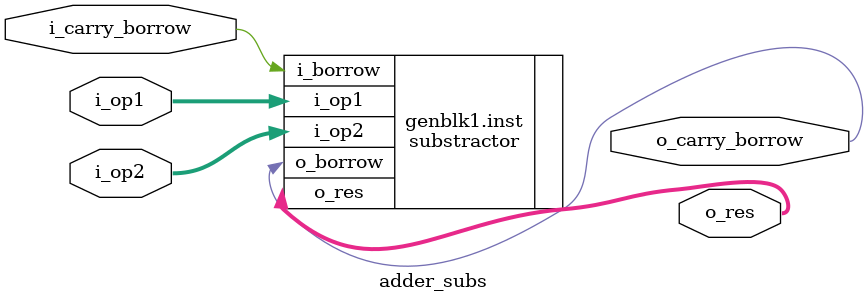
<source format=v>
`timescale 1ns/1ps
module adder_subs(i_op1, i_op2, i_carry_borrow, o_res, o_carry_borrow);
parameter WIDTH = 4;
parameter MODE = 0;
input wire [WIDTH-1:0] i_op1, i_op2;
input wire i_carry_borrow;
output wire [WIDTH-1:0] o_res;
output wire o_carry_borrow;
generate	
	if(MODE)
	adder #(.WIDTH(WIDTH)) inst(
		.i_op1(i_op1),
		.i_op2(i_op2),
		.i_carry(i_carry_borrow),
		.o_res(o_res),
		.o_carry(o_carry_borrow)
		);
else
	substractor #(.WIDTH(WIDTH)) inst(
			.i_op1(i_op1),
			.i_op2(i_op2),
			.i_borrow(i_carry_borrow),
			.o_res(o_res),
			.o_borrow(o_carry_borrow)
			);
endgenerate
endmodule
</source>
